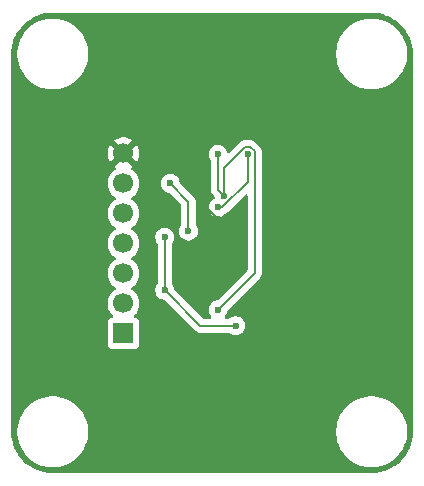
<source format=gbr>
%TF.GenerationSoftware,KiCad,Pcbnew,9.0.6*%
%TF.CreationDate,2026-02-18T16:24:27-08:00*%
%TF.ProjectId,sensor_ppg,73656e73-6f72-45f7-9070-672e6b696361,rev?*%
%TF.SameCoordinates,Original*%
%TF.FileFunction,Copper,L2,Bot*%
%TF.FilePolarity,Positive*%
%FSLAX46Y46*%
G04 Gerber Fmt 4.6, Leading zero omitted, Abs format (unit mm)*
G04 Created by KiCad (PCBNEW 9.0.6) date 2026-02-18 16:24:27*
%MOMM*%
%LPD*%
G01*
G04 APERTURE LIST*
%TA.AperFunction,ComponentPad*%
%ADD10C,1.700000*%
%TD*%
%TA.AperFunction,ComponentPad*%
%ADD11R,1.700000X1.700000*%
%TD*%
%TA.AperFunction,ViaPad*%
%ADD12C,0.600000*%
%TD*%
%TA.AperFunction,Conductor*%
%ADD13C,0.200000*%
%TD*%
G04 APERTURE END LIST*
D10*
%TO.P,J1,7,Pin_7*%
%TO.N,GND*%
X115000000Y-77420000D03*
%TO.P,J1,6,Pin_6*%
%TO.N,/INT*%
X115000000Y-79960000D03*
%TO.P,J1,5,Pin_5*%
%TO.N,/SCL*%
X115000000Y-82500000D03*
%TO.P,J1,4,Pin_4*%
%TO.N,/SDA*%
X115000000Y-85040000D03*
%TO.P,J1,3,Pin_3*%
%TO.N,/VDDIO*%
X115000000Y-87580000D03*
%TO.P,J1,2,Pin_2*%
%TO.N,+1V8*%
X115000000Y-90120000D03*
D11*
%TO.P,J1,1,Pin_1*%
%TO.N,+3.3V*%
X115000000Y-92660000D03*
%TD*%
D12*
%TO.N,+3.3V*%
X123000000Y-90661500D03*
X123000000Y-90661500D03*
%TO.N,+1V8*%
X124500000Y-92000000D03*
%TO.N,GND*%
X120000000Y-88500000D03*
%TO.N,+1V8*%
X123000000Y-82000000D03*
X125500000Y-77500000D03*
%TO.N,GND*%
X123000000Y-83000000D03*
X120500000Y-78000000D03*
%TO.N,+3.3V*%
X123500000Y-81000000D03*
X123500000Y-81000000D03*
X123000000Y-77500000D03*
%TO.N,/INT*%
X120500000Y-84000000D03*
X118960000Y-79960000D03*
%TO.N,+1V8*%
X118500000Y-84500000D03*
X118500000Y-89000000D03*
%TD*%
D13*
%TO.N,+1V8*%
X121500000Y-92000000D02*
X124500000Y-92000000D01*
X118500000Y-89000000D02*
X121500000Y-92000000D01*
%TO.N,GND*%
X120000000Y-88500000D02*
X123000000Y-85500000D01*
X123000000Y-85500000D02*
X123000000Y-83000000D01*
%TO.N,+1V8*%
X123349943Y-82000000D02*
X123000000Y-82000000D01*
X125500000Y-79849943D02*
X123349943Y-82000000D01*
X125500000Y-77500000D02*
X125500000Y-79849943D01*
%TO.N,GND*%
X120500000Y-80500000D02*
X123000000Y-83000000D01*
X120500000Y-78000000D02*
X120500000Y-80500000D01*
%TO.N,+3.3V*%
X123500000Y-81000000D02*
X123000000Y-80500000D01*
X123000000Y-80500000D02*
X123000000Y-77500000D01*
%TO.N,/INT*%
X120500000Y-81500000D02*
X120500000Y-84000000D01*
X118960000Y-79960000D02*
X120500000Y-81500000D01*
%TO.N,+1V8*%
X118500000Y-89000000D02*
X118500000Y-84500000D01*
%TO.N,+3.3V*%
X123500000Y-78650057D02*
X123500000Y-81000000D01*
X125748943Y-76899000D02*
X125251057Y-76899000D01*
X126101000Y-77251057D02*
X125748943Y-76899000D01*
X126101000Y-87560500D02*
X126101000Y-77251057D01*
X125251057Y-76899000D02*
X123500000Y-78650057D01*
X123000000Y-90661500D02*
X126101000Y-87560500D01*
%TD*%
%TA.AperFunction,Conductor*%
%TO.N,GND*%
G36*
X136003032Y-65500648D02*
G01*
X136336929Y-65517052D01*
X136349037Y-65518245D01*
X136452146Y-65533539D01*
X136676699Y-65566849D01*
X136688617Y-65569219D01*
X137009951Y-65649709D01*
X137021588Y-65653240D01*
X137092806Y-65678722D01*
X137333467Y-65764832D01*
X137344688Y-65769479D01*
X137644163Y-65911120D01*
X137654871Y-65916844D01*
X137855728Y-66037233D01*
X137938988Y-66087137D01*
X137949103Y-66093895D01*
X137973817Y-66112224D01*
X138215170Y-66291224D01*
X138224576Y-66298944D01*
X138470013Y-66521395D01*
X138478604Y-66529986D01*
X138665755Y-66736475D01*
X138701055Y-66775423D01*
X138708775Y-66784829D01*
X138906102Y-67050893D01*
X138912862Y-67061011D01*
X139041776Y-67276092D01*
X139083148Y-67345116D01*
X139088885Y-67355848D01*
X139230514Y-67655297D01*
X139235170Y-67666540D01*
X139346759Y-67978411D01*
X139350292Y-67990055D01*
X139430777Y-68311369D01*
X139433151Y-68323305D01*
X139481754Y-68650962D01*
X139482947Y-68663071D01*
X139499351Y-68996966D01*
X139499500Y-69003051D01*
X139499500Y-100996948D01*
X139499351Y-101003033D01*
X139482947Y-101336928D01*
X139481754Y-101349037D01*
X139433151Y-101676694D01*
X139430777Y-101688630D01*
X139350292Y-102009944D01*
X139346759Y-102021588D01*
X139235170Y-102333459D01*
X139230514Y-102344702D01*
X139088885Y-102644151D01*
X139083148Y-102654883D01*
X138912862Y-102938988D01*
X138906102Y-102949106D01*
X138708775Y-103215170D01*
X138701055Y-103224576D01*
X138478611Y-103470006D01*
X138470006Y-103478611D01*
X138224576Y-103701055D01*
X138215170Y-103708775D01*
X137949106Y-103906102D01*
X137938988Y-103912862D01*
X137654883Y-104083148D01*
X137644151Y-104088885D01*
X137344702Y-104230514D01*
X137333459Y-104235170D01*
X137021588Y-104346759D01*
X137009944Y-104350292D01*
X136688630Y-104430777D01*
X136676694Y-104433151D01*
X136349037Y-104481754D01*
X136336928Y-104482947D01*
X136021989Y-104498419D01*
X136003031Y-104499351D01*
X135996949Y-104499500D01*
X109003051Y-104499500D01*
X108996968Y-104499351D01*
X108976900Y-104498365D01*
X108663071Y-104482947D01*
X108650962Y-104481754D01*
X108323305Y-104433151D01*
X108311369Y-104430777D01*
X107990055Y-104350292D01*
X107978411Y-104346759D01*
X107666540Y-104235170D01*
X107655301Y-104230515D01*
X107355844Y-104088883D01*
X107345121Y-104083150D01*
X107061011Y-103912862D01*
X107050893Y-103906102D01*
X106784829Y-103708775D01*
X106775423Y-103701055D01*
X106697297Y-103630246D01*
X106529986Y-103478604D01*
X106521395Y-103470013D01*
X106298944Y-103224576D01*
X106291224Y-103215170D01*
X106093897Y-102949106D01*
X106087137Y-102938988D01*
X106059805Y-102893387D01*
X105916844Y-102654871D01*
X105911120Y-102644163D01*
X105769479Y-102344688D01*
X105764829Y-102333459D01*
X105759427Y-102318362D01*
X105653240Y-102021588D01*
X105649707Y-102009944D01*
X105605123Y-101831953D01*
X105569219Y-101688617D01*
X105566848Y-101676694D01*
X105518245Y-101349037D01*
X105517052Y-101336927D01*
X105500649Y-101003032D01*
X105500500Y-100996948D01*
X105500500Y-100831491D01*
X105999500Y-100831491D01*
X105999500Y-101168508D01*
X106037231Y-101503381D01*
X106037233Y-101503397D01*
X106112223Y-101831953D01*
X106112227Y-101831965D01*
X106223532Y-102150054D01*
X106369752Y-102453683D01*
X106369754Y-102453686D01*
X106549054Y-102739039D01*
X106759175Y-103002523D01*
X106997477Y-103240825D01*
X107260961Y-103450946D01*
X107546314Y-103630246D01*
X107849949Y-103776469D01*
X108088848Y-103860063D01*
X108168034Y-103887772D01*
X108168046Y-103887776D01*
X108496606Y-103962767D01*
X108831492Y-104000499D01*
X108831493Y-104000500D01*
X108831496Y-104000500D01*
X109168507Y-104000500D01*
X109168507Y-104000499D01*
X109503394Y-103962767D01*
X109831954Y-103887776D01*
X110150051Y-103776469D01*
X110453686Y-103630246D01*
X110739039Y-103450946D01*
X111002523Y-103240825D01*
X111240825Y-103002523D01*
X111450946Y-102739039D01*
X111630246Y-102453686D01*
X111776469Y-102150051D01*
X111887776Y-101831954D01*
X111962767Y-101503394D01*
X112000500Y-101168504D01*
X112000500Y-100831496D01*
X112000499Y-100831491D01*
X132999500Y-100831491D01*
X132999500Y-101168508D01*
X133037231Y-101503381D01*
X133037233Y-101503397D01*
X133112223Y-101831953D01*
X133112227Y-101831965D01*
X133223532Y-102150054D01*
X133369752Y-102453683D01*
X133369754Y-102453686D01*
X133549054Y-102739039D01*
X133759175Y-103002523D01*
X133997477Y-103240825D01*
X134260961Y-103450946D01*
X134546314Y-103630246D01*
X134849949Y-103776469D01*
X135088848Y-103860063D01*
X135168034Y-103887772D01*
X135168046Y-103887776D01*
X135496606Y-103962767D01*
X135831492Y-104000499D01*
X135831493Y-104000500D01*
X135831496Y-104000500D01*
X136168507Y-104000500D01*
X136168507Y-104000499D01*
X136503394Y-103962767D01*
X136831954Y-103887776D01*
X137150051Y-103776469D01*
X137453686Y-103630246D01*
X137739039Y-103450946D01*
X138002523Y-103240825D01*
X138240825Y-103002523D01*
X138450946Y-102739039D01*
X138630246Y-102453686D01*
X138776469Y-102150051D01*
X138887776Y-101831954D01*
X138962767Y-101503394D01*
X139000500Y-101168504D01*
X139000500Y-100831496D01*
X138962767Y-100496606D01*
X138887776Y-100168046D01*
X138776469Y-99849949D01*
X138630246Y-99546314D01*
X138450946Y-99260961D01*
X138240825Y-98997477D01*
X138002523Y-98759175D01*
X137739039Y-98549054D01*
X137453686Y-98369754D01*
X137453683Y-98369752D01*
X137150054Y-98223532D01*
X136831965Y-98112227D01*
X136831953Y-98112223D01*
X136503397Y-98037233D01*
X136503381Y-98037231D01*
X136168508Y-97999500D01*
X136168504Y-97999500D01*
X135831496Y-97999500D01*
X135831491Y-97999500D01*
X135496618Y-98037231D01*
X135496602Y-98037233D01*
X135168046Y-98112223D01*
X135168034Y-98112227D01*
X134849945Y-98223532D01*
X134546316Y-98369752D01*
X134260962Y-98549053D01*
X133997477Y-98759174D01*
X133759174Y-98997477D01*
X133549053Y-99260962D01*
X133369752Y-99546316D01*
X133223532Y-99849945D01*
X133112227Y-100168034D01*
X133112223Y-100168046D01*
X133037233Y-100496602D01*
X133037231Y-100496618D01*
X132999500Y-100831491D01*
X112000499Y-100831491D01*
X111962767Y-100496606D01*
X111887776Y-100168046D01*
X111776469Y-99849949D01*
X111630246Y-99546314D01*
X111450946Y-99260961D01*
X111240825Y-98997477D01*
X111002523Y-98759175D01*
X110739039Y-98549054D01*
X110453686Y-98369754D01*
X110453683Y-98369752D01*
X110150054Y-98223532D01*
X109831965Y-98112227D01*
X109831953Y-98112223D01*
X109503397Y-98037233D01*
X109503381Y-98037231D01*
X109168508Y-97999500D01*
X109168504Y-97999500D01*
X108831496Y-97999500D01*
X108831491Y-97999500D01*
X108496618Y-98037231D01*
X108496602Y-98037233D01*
X108168046Y-98112223D01*
X108168034Y-98112227D01*
X107849945Y-98223532D01*
X107546316Y-98369752D01*
X107260962Y-98549053D01*
X106997477Y-98759174D01*
X106759174Y-98997477D01*
X106549053Y-99260962D01*
X106369752Y-99546316D01*
X106223532Y-99849945D01*
X106112227Y-100168034D01*
X106112223Y-100168046D01*
X106037233Y-100496602D01*
X106037231Y-100496618D01*
X105999500Y-100831491D01*
X105500500Y-100831491D01*
X105500500Y-79853713D01*
X113649500Y-79853713D01*
X113649500Y-80066287D01*
X113682754Y-80276243D01*
X113745803Y-80470288D01*
X113748444Y-80478414D01*
X113844951Y-80667820D01*
X113969890Y-80839786D01*
X114120213Y-80990109D01*
X114292182Y-81115050D01*
X114300946Y-81119516D01*
X114351742Y-81167491D01*
X114368536Y-81235312D01*
X114345998Y-81301447D01*
X114300946Y-81340484D01*
X114292182Y-81344949D01*
X114120213Y-81469890D01*
X113969890Y-81620213D01*
X113844951Y-81792179D01*
X113748444Y-81981585D01*
X113682753Y-82183760D01*
X113649500Y-82393713D01*
X113649500Y-82606286D01*
X113682753Y-82816239D01*
X113748444Y-83018414D01*
X113844951Y-83207820D01*
X113969890Y-83379786D01*
X114120213Y-83530109D01*
X114292182Y-83655050D01*
X114300946Y-83659516D01*
X114351742Y-83707491D01*
X114368536Y-83775312D01*
X114345998Y-83841447D01*
X114300946Y-83880484D01*
X114292182Y-83884949D01*
X114120213Y-84009890D01*
X113969890Y-84160213D01*
X113844951Y-84332179D01*
X113748444Y-84521585D01*
X113682753Y-84723760D01*
X113649500Y-84933713D01*
X113649500Y-85146286D01*
X113682753Y-85356239D01*
X113748444Y-85558414D01*
X113844951Y-85747820D01*
X113969890Y-85919786D01*
X114120213Y-86070109D01*
X114292182Y-86195050D01*
X114300946Y-86199516D01*
X114351742Y-86247491D01*
X114368536Y-86315312D01*
X114345998Y-86381447D01*
X114300946Y-86420484D01*
X114292182Y-86424949D01*
X114120213Y-86549890D01*
X113969890Y-86700213D01*
X113844951Y-86872179D01*
X113748444Y-87061585D01*
X113682753Y-87263760D01*
X113649500Y-87473713D01*
X113649500Y-87686286D01*
X113674226Y-87842404D01*
X113682754Y-87896243D01*
X113733113Y-88051232D01*
X113748444Y-88098414D01*
X113844951Y-88287820D01*
X113969890Y-88459786D01*
X114120213Y-88610109D01*
X114292182Y-88735050D01*
X114300946Y-88739516D01*
X114351742Y-88787491D01*
X114368536Y-88855312D01*
X114345998Y-88921447D01*
X114300946Y-88960484D01*
X114292182Y-88964949D01*
X114120213Y-89089890D01*
X113969890Y-89240213D01*
X113844951Y-89412179D01*
X113748444Y-89601585D01*
X113682753Y-89803760D01*
X113668815Y-89891761D01*
X113649500Y-90013713D01*
X113649500Y-90226287D01*
X113682754Y-90436243D01*
X113730327Y-90582658D01*
X113748444Y-90638414D01*
X113844951Y-90827820D01*
X113969890Y-90999786D01*
X114083430Y-91113326D01*
X114116915Y-91174649D01*
X114111931Y-91244341D01*
X114070059Y-91300274D01*
X114039083Y-91317189D01*
X113907669Y-91366203D01*
X113907664Y-91366206D01*
X113792455Y-91452452D01*
X113792452Y-91452455D01*
X113706206Y-91567664D01*
X113706202Y-91567671D01*
X113655908Y-91702517D01*
X113649501Y-91762116D01*
X113649501Y-91762123D01*
X113649500Y-91762135D01*
X113649500Y-93557870D01*
X113649501Y-93557876D01*
X113655908Y-93617483D01*
X113706202Y-93752328D01*
X113706206Y-93752335D01*
X113792452Y-93867544D01*
X113792455Y-93867547D01*
X113907664Y-93953793D01*
X113907671Y-93953797D01*
X114042517Y-94004091D01*
X114042516Y-94004091D01*
X114049444Y-94004835D01*
X114102127Y-94010500D01*
X115897872Y-94010499D01*
X115957483Y-94004091D01*
X116092331Y-93953796D01*
X116207546Y-93867546D01*
X116293796Y-93752331D01*
X116344091Y-93617483D01*
X116350500Y-93557873D01*
X116350499Y-91762128D01*
X116344091Y-91702517D01*
X116313620Y-91620821D01*
X116293797Y-91567671D01*
X116293793Y-91567664D01*
X116207547Y-91452455D01*
X116207544Y-91452452D01*
X116092335Y-91366206D01*
X116092328Y-91366202D01*
X115960917Y-91317189D01*
X115904983Y-91275318D01*
X115880566Y-91209853D01*
X115895418Y-91141580D01*
X115916563Y-91113332D01*
X116030104Y-90999792D01*
X116106242Y-90894997D01*
X116155048Y-90827820D01*
X116155047Y-90827820D01*
X116155051Y-90827816D01*
X116251557Y-90638412D01*
X116317246Y-90436243D01*
X116350500Y-90226287D01*
X116350500Y-90013713D01*
X116317246Y-89803757D01*
X116251557Y-89601588D01*
X116155051Y-89412184D01*
X116155049Y-89412181D01*
X116155048Y-89412179D01*
X116030109Y-89240213D01*
X115879786Y-89089890D01*
X115707820Y-88964951D01*
X115707115Y-88964591D01*
X115699054Y-88960485D01*
X115648259Y-88912512D01*
X115631463Y-88844692D01*
X115653999Y-88778556D01*
X115699054Y-88739515D01*
X115707816Y-88735051D01*
X115729789Y-88719086D01*
X115879786Y-88610109D01*
X115879788Y-88610106D01*
X115879792Y-88610104D01*
X116030104Y-88459792D01*
X116030106Y-88459788D01*
X116030109Y-88459786D01*
X116155048Y-88287820D01*
X116155047Y-88287820D01*
X116155051Y-88287816D01*
X116251557Y-88098412D01*
X116317246Y-87896243D01*
X116350500Y-87686287D01*
X116350500Y-87473713D01*
X116317246Y-87263757D01*
X116251557Y-87061588D01*
X116155051Y-86872184D01*
X116155049Y-86872181D01*
X116155048Y-86872179D01*
X116030109Y-86700213D01*
X115879786Y-86549890D01*
X115707820Y-86424951D01*
X115707115Y-86424591D01*
X115699054Y-86420485D01*
X115648259Y-86372512D01*
X115631463Y-86304692D01*
X115653999Y-86238556D01*
X115699054Y-86199515D01*
X115707816Y-86195051D01*
X115729789Y-86179086D01*
X115879786Y-86070109D01*
X115879788Y-86070106D01*
X115879792Y-86070104D01*
X116030104Y-85919792D01*
X116030106Y-85919788D01*
X116030109Y-85919786D01*
X116155048Y-85747820D01*
X116155047Y-85747820D01*
X116155051Y-85747816D01*
X116251557Y-85558412D01*
X116317246Y-85356243D01*
X116350500Y-85146287D01*
X116350500Y-84933713D01*
X116317246Y-84723757D01*
X116251557Y-84521588D01*
X116200383Y-84421153D01*
X117699500Y-84421153D01*
X117699500Y-84578846D01*
X117730261Y-84733489D01*
X117730264Y-84733501D01*
X117790602Y-84879172D01*
X117790609Y-84879185D01*
X117878602Y-85010874D01*
X117899480Y-85077551D01*
X117899500Y-85079765D01*
X117899500Y-88420234D01*
X117879815Y-88487273D01*
X117878602Y-88489125D01*
X117790609Y-88620814D01*
X117790602Y-88620827D01*
X117730264Y-88766498D01*
X117730261Y-88766510D01*
X117699500Y-88921153D01*
X117699500Y-89078846D01*
X117730261Y-89233489D01*
X117730264Y-89233501D01*
X117790602Y-89379172D01*
X117790609Y-89379185D01*
X117878210Y-89510288D01*
X117878213Y-89510292D01*
X117989707Y-89621786D01*
X117989711Y-89621789D01*
X118120814Y-89709390D01*
X118120827Y-89709397D01*
X118266498Y-89769735D01*
X118266503Y-89769737D01*
X118331147Y-89782595D01*
X118421849Y-89800638D01*
X118483760Y-89833023D01*
X118485338Y-89834573D01*
X121131284Y-92480520D01*
X121131286Y-92480521D01*
X121131290Y-92480524D01*
X121268209Y-92559573D01*
X121268216Y-92559577D01*
X121420943Y-92600501D01*
X121420945Y-92600501D01*
X121586654Y-92600501D01*
X121586670Y-92600500D01*
X123920234Y-92600500D01*
X123987273Y-92620185D01*
X123989125Y-92621398D01*
X124120814Y-92709390D01*
X124120827Y-92709397D01*
X124266498Y-92769735D01*
X124266503Y-92769737D01*
X124421153Y-92800499D01*
X124421156Y-92800500D01*
X124421158Y-92800500D01*
X124578844Y-92800500D01*
X124578845Y-92800499D01*
X124733497Y-92769737D01*
X124879179Y-92709394D01*
X125010289Y-92621789D01*
X125121789Y-92510289D01*
X125209394Y-92379179D01*
X125269737Y-92233497D01*
X125300500Y-92078842D01*
X125300500Y-91921158D01*
X125300500Y-91921155D01*
X125300499Y-91921153D01*
X125269738Y-91766510D01*
X125269737Y-91766503D01*
X125267920Y-91762116D01*
X125209397Y-91620827D01*
X125209390Y-91620814D01*
X125121789Y-91489711D01*
X125121786Y-91489707D01*
X125010292Y-91378213D01*
X125010288Y-91378210D01*
X124879185Y-91290609D01*
X124879172Y-91290602D01*
X124733501Y-91230264D01*
X124733489Y-91230261D01*
X124578845Y-91199500D01*
X124578842Y-91199500D01*
X124421158Y-91199500D01*
X124421155Y-91199500D01*
X124266510Y-91230261D01*
X124266498Y-91230264D01*
X124120827Y-91290602D01*
X124120814Y-91290609D01*
X123989125Y-91378602D01*
X123971078Y-91384252D01*
X123955169Y-91394477D01*
X123924207Y-91398928D01*
X123922447Y-91399480D01*
X123920234Y-91399500D01*
X123693441Y-91399500D01*
X123626402Y-91379815D01*
X123580647Y-91327011D01*
X123570703Y-91257853D01*
X123599728Y-91194297D01*
X123605760Y-91187819D01*
X123621786Y-91171792D01*
X123621789Y-91171789D01*
X123709394Y-91040679D01*
X123769737Y-90894997D01*
X123789113Y-90797585D01*
X123800638Y-90739650D01*
X123833023Y-90677739D01*
X123834519Y-90676215D01*
X126469713Y-88041021D01*
X126469716Y-88041020D01*
X126581520Y-87929216D01*
X126631639Y-87842404D01*
X126660577Y-87792285D01*
X126701500Y-87639558D01*
X126701500Y-87481443D01*
X126701500Y-77340117D01*
X126701501Y-77340104D01*
X126701501Y-77172002D01*
X126701501Y-77172000D01*
X126660577Y-77019272D01*
X126581520Y-76882341D01*
X126229464Y-76530285D01*
X126229463Y-76530284D01*
X126117659Y-76418480D01*
X126030847Y-76368360D01*
X126030847Y-76368359D01*
X126030843Y-76368358D01*
X125980728Y-76339423D01*
X125828000Y-76298499D01*
X125669886Y-76298499D01*
X125662290Y-76298499D01*
X125662274Y-76298500D01*
X125337727Y-76298500D01*
X125337711Y-76298499D01*
X125330115Y-76298499D01*
X125172000Y-76298499D01*
X125095636Y-76318961D01*
X125019271Y-76339423D01*
X125019266Y-76339426D01*
X124882347Y-76418475D01*
X124882339Y-76418481D01*
X123977604Y-77323217D01*
X123916281Y-77356702D01*
X123846589Y-77351718D01*
X123790656Y-77309846D01*
X123771263Y-77271534D01*
X123769735Y-77266498D01*
X123709397Y-77120827D01*
X123709390Y-77120814D01*
X123621789Y-76989711D01*
X123621786Y-76989707D01*
X123510292Y-76878213D01*
X123510288Y-76878210D01*
X123379185Y-76790609D01*
X123379172Y-76790602D01*
X123233501Y-76730264D01*
X123233489Y-76730261D01*
X123078845Y-76699500D01*
X123078842Y-76699500D01*
X122921158Y-76699500D01*
X122921155Y-76699500D01*
X122766510Y-76730261D01*
X122766498Y-76730264D01*
X122620827Y-76790602D01*
X122620814Y-76790609D01*
X122489711Y-76878210D01*
X122489707Y-76878213D01*
X122378213Y-76989707D01*
X122378210Y-76989711D01*
X122290609Y-77120814D01*
X122290602Y-77120827D01*
X122230264Y-77266498D01*
X122230261Y-77266510D01*
X122199500Y-77421153D01*
X122199500Y-77578846D01*
X122230261Y-77733489D01*
X122230264Y-77733501D01*
X122290602Y-77879172D01*
X122290609Y-77879185D01*
X122378602Y-78010874D01*
X122399480Y-78077551D01*
X122399500Y-78079765D01*
X122399500Y-80413330D01*
X122399499Y-80413348D01*
X122399499Y-80579054D01*
X122399498Y-80579054D01*
X122439873Y-80729735D01*
X122440423Y-80731785D01*
X122457002Y-80760500D01*
X122519480Y-80868716D01*
X122631284Y-80980520D01*
X122631285Y-80980521D01*
X122648803Y-80998039D01*
X122665425Y-81014660D01*
X122698911Y-81075983D01*
X122699362Y-81078152D01*
X122712573Y-81144568D01*
X122706346Y-81214159D01*
X122663483Y-81269337D01*
X122638411Y-81283319D01*
X122620826Y-81290603D01*
X122620814Y-81290609D01*
X122489711Y-81378210D01*
X122489707Y-81378213D01*
X122378213Y-81489707D01*
X122378210Y-81489711D01*
X122290609Y-81620814D01*
X122290602Y-81620827D01*
X122230264Y-81766498D01*
X122230261Y-81766510D01*
X122199500Y-81921153D01*
X122199500Y-82078846D01*
X122230261Y-82233489D01*
X122230264Y-82233501D01*
X122290602Y-82379172D01*
X122290609Y-82379185D01*
X122378210Y-82510288D01*
X122378213Y-82510292D01*
X122489707Y-82621786D01*
X122489711Y-82621789D01*
X122620814Y-82709390D01*
X122620827Y-82709397D01*
X122766498Y-82769735D01*
X122766503Y-82769737D01*
X122921153Y-82800499D01*
X122921156Y-82800500D01*
X122921158Y-82800500D01*
X123078844Y-82800500D01*
X123078845Y-82800499D01*
X123233497Y-82769737D01*
X123379179Y-82709394D01*
X123510289Y-82621789D01*
X123548534Y-82583542D01*
X123574321Y-82563776D01*
X123581508Y-82559635D01*
X123581728Y-82559577D01*
X123631847Y-82530639D01*
X123718659Y-82480520D01*
X123830463Y-82368716D01*
X123830463Y-82368714D01*
X123840671Y-82358507D01*
X123840672Y-82358504D01*
X125288820Y-80910356D01*
X125350142Y-80876873D01*
X125419834Y-80881857D01*
X125475767Y-80923729D01*
X125500184Y-80989193D01*
X125500500Y-80998039D01*
X125500500Y-87260403D01*
X125480815Y-87327442D01*
X125464181Y-87348084D01*
X122985339Y-89826925D01*
X122924016Y-89860410D01*
X122921850Y-89860861D01*
X122766508Y-89891761D01*
X122766498Y-89891764D01*
X122620827Y-89952102D01*
X122620814Y-89952109D01*
X122489711Y-90039710D01*
X122489707Y-90039713D01*
X122378213Y-90151207D01*
X122378210Y-90151211D01*
X122290609Y-90282314D01*
X122290602Y-90282327D01*
X122230264Y-90427998D01*
X122230261Y-90428010D01*
X122199500Y-90582653D01*
X122199500Y-90740346D01*
X122230261Y-90894989D01*
X122230264Y-90895001D01*
X122290602Y-91040672D01*
X122290609Y-91040685D01*
X122378210Y-91171788D01*
X122378213Y-91171792D01*
X122394240Y-91187819D01*
X122427725Y-91249142D01*
X122422741Y-91318834D01*
X122380869Y-91374767D01*
X122315405Y-91399184D01*
X122306559Y-91399500D01*
X121800098Y-91399500D01*
X121733059Y-91379815D01*
X121712417Y-91363181D01*
X119334573Y-88985337D01*
X119301088Y-88924014D01*
X119300637Y-88921847D01*
X119287402Y-88855312D01*
X119269737Y-88766503D01*
X119256708Y-88735048D01*
X119209397Y-88620827D01*
X119209390Y-88620814D01*
X119121398Y-88489125D01*
X119100520Y-88422447D01*
X119100500Y-88420234D01*
X119100500Y-85079765D01*
X119120185Y-85012726D01*
X119121398Y-85010874D01*
X119172956Y-84933713D01*
X119209394Y-84879179D01*
X119269737Y-84733497D01*
X119300500Y-84578842D01*
X119300500Y-84421158D01*
X119300500Y-84421155D01*
X119300499Y-84421153D01*
X119269738Y-84266510D01*
X119269737Y-84266503D01*
X119225709Y-84160208D01*
X119209397Y-84120827D01*
X119209390Y-84120814D01*
X119121789Y-83989711D01*
X119121786Y-83989707D01*
X119010292Y-83878213D01*
X119010288Y-83878210D01*
X118879185Y-83790609D01*
X118879172Y-83790602D01*
X118733501Y-83730264D01*
X118733489Y-83730261D01*
X118578845Y-83699500D01*
X118578842Y-83699500D01*
X118421158Y-83699500D01*
X118421155Y-83699500D01*
X118266510Y-83730261D01*
X118266498Y-83730264D01*
X118120827Y-83790602D01*
X118120814Y-83790609D01*
X117989711Y-83878210D01*
X117989707Y-83878213D01*
X117878213Y-83989707D01*
X117878210Y-83989711D01*
X117790609Y-84120814D01*
X117790602Y-84120827D01*
X117730264Y-84266498D01*
X117730261Y-84266510D01*
X117699500Y-84421153D01*
X116200383Y-84421153D01*
X116155051Y-84332184D01*
X116155049Y-84332181D01*
X116155048Y-84332179D01*
X116030109Y-84160213D01*
X115879786Y-84009890D01*
X115707820Y-83884951D01*
X115707115Y-83884591D01*
X115699054Y-83880485D01*
X115648259Y-83832512D01*
X115631463Y-83764692D01*
X115653999Y-83698556D01*
X115699054Y-83659515D01*
X115707816Y-83655051D01*
X115754940Y-83620814D01*
X115879786Y-83530109D01*
X115879788Y-83530106D01*
X115879792Y-83530104D01*
X116030104Y-83379792D01*
X116030106Y-83379788D01*
X116030109Y-83379786D01*
X116155048Y-83207820D01*
X116155047Y-83207820D01*
X116155051Y-83207816D01*
X116251557Y-83018412D01*
X116317246Y-82816243D01*
X116350500Y-82606287D01*
X116350500Y-82393713D01*
X116317246Y-82183757D01*
X116251557Y-81981588D01*
X116155051Y-81792184D01*
X116155049Y-81792181D01*
X116155048Y-81792179D01*
X116030109Y-81620213D01*
X115879786Y-81469890D01*
X115707820Y-81344951D01*
X115707115Y-81344591D01*
X115699054Y-81340485D01*
X115648259Y-81292512D01*
X115631463Y-81224692D01*
X115653999Y-81158556D01*
X115699054Y-81119515D01*
X115707816Y-81115051D01*
X115757654Y-81078842D01*
X115879786Y-80990109D01*
X115879788Y-80990106D01*
X115879792Y-80990104D01*
X116030104Y-80839792D01*
X116030106Y-80839788D01*
X116030109Y-80839786D01*
X116153902Y-80669397D01*
X116155051Y-80667816D01*
X116251557Y-80478412D01*
X116317246Y-80276243D01*
X116350500Y-80066287D01*
X116350500Y-79881153D01*
X118159500Y-79881153D01*
X118159500Y-80038846D01*
X118190261Y-80193489D01*
X118190264Y-80193501D01*
X118250602Y-80339172D01*
X118250609Y-80339185D01*
X118338210Y-80470288D01*
X118338213Y-80470292D01*
X118449707Y-80581786D01*
X118449711Y-80581789D01*
X118580814Y-80669390D01*
X118580827Y-80669397D01*
X118651519Y-80698678D01*
X118726503Y-80729737D01*
X118791147Y-80742595D01*
X118881849Y-80760638D01*
X118943760Y-80793023D01*
X118945339Y-80794574D01*
X119863181Y-81712416D01*
X119896666Y-81773739D01*
X119899500Y-81800097D01*
X119899500Y-83420234D01*
X119879815Y-83487273D01*
X119878602Y-83489125D01*
X119790609Y-83620814D01*
X119790602Y-83620827D01*
X119730264Y-83766498D01*
X119730261Y-83766510D01*
X119699500Y-83921153D01*
X119699500Y-84078846D01*
X119730261Y-84233489D01*
X119730264Y-84233501D01*
X119790602Y-84379172D01*
X119790609Y-84379185D01*
X119878210Y-84510288D01*
X119878213Y-84510292D01*
X119989707Y-84621786D01*
X119989711Y-84621789D01*
X120120814Y-84709390D01*
X120120827Y-84709397D01*
X120266498Y-84769735D01*
X120266503Y-84769737D01*
X120421153Y-84800499D01*
X120421156Y-84800500D01*
X120421158Y-84800500D01*
X120578844Y-84800500D01*
X120578845Y-84800499D01*
X120733497Y-84769737D01*
X120879179Y-84709394D01*
X121010289Y-84621789D01*
X121121789Y-84510289D01*
X121209394Y-84379179D01*
X121269737Y-84233497D01*
X121300500Y-84078842D01*
X121300500Y-83921158D01*
X121300500Y-83921155D01*
X121300499Y-83921153D01*
X121293298Y-83884951D01*
X121269737Y-83766503D01*
X121263546Y-83751557D01*
X121209397Y-83620827D01*
X121209390Y-83620814D01*
X121121398Y-83489125D01*
X121100520Y-83422447D01*
X121100500Y-83420234D01*
X121100500Y-81589059D01*
X121100501Y-81589046D01*
X121100501Y-81420945D01*
X121100501Y-81420943D01*
X121059577Y-81268215D01*
X121019904Y-81199500D01*
X120996265Y-81158556D01*
X120980521Y-81131285D01*
X120864385Y-81015149D01*
X120864374Y-81015139D01*
X119794574Y-79945339D01*
X119761089Y-79884016D01*
X119760638Y-79881849D01*
X119729738Y-79726510D01*
X119729737Y-79726503D01*
X119684332Y-79616884D01*
X119669397Y-79580827D01*
X119669390Y-79580814D01*
X119581789Y-79449711D01*
X119581786Y-79449707D01*
X119470292Y-79338213D01*
X119470288Y-79338210D01*
X119339185Y-79250609D01*
X119339172Y-79250602D01*
X119193501Y-79190264D01*
X119193489Y-79190261D01*
X119038845Y-79159500D01*
X119038842Y-79159500D01*
X118881158Y-79159500D01*
X118881155Y-79159500D01*
X118726510Y-79190261D01*
X118726498Y-79190264D01*
X118580827Y-79250602D01*
X118580814Y-79250609D01*
X118449711Y-79338210D01*
X118449707Y-79338213D01*
X118338213Y-79449707D01*
X118338210Y-79449711D01*
X118250609Y-79580814D01*
X118250602Y-79580827D01*
X118190264Y-79726498D01*
X118190261Y-79726510D01*
X118159500Y-79881153D01*
X116350500Y-79881153D01*
X116350500Y-79853713D01*
X116317246Y-79643757D01*
X116251557Y-79441588D01*
X116155051Y-79252184D01*
X116155049Y-79252181D01*
X116155048Y-79252179D01*
X116030109Y-79080213D01*
X115879786Y-78929890D01*
X115707817Y-78804949D01*
X115698504Y-78800204D01*
X115647707Y-78752230D01*
X115630912Y-78684409D01*
X115653449Y-78618274D01*
X115698507Y-78579232D01*
X115707555Y-78574622D01*
X115761716Y-78535270D01*
X115761717Y-78535270D01*
X115129408Y-77902962D01*
X115192993Y-77885925D01*
X115307007Y-77820099D01*
X115400099Y-77727007D01*
X115465925Y-77612993D01*
X115482962Y-77549409D01*
X116115270Y-78181717D01*
X116115270Y-78181716D01*
X116154622Y-78127554D01*
X116251095Y-77938217D01*
X116316757Y-77736130D01*
X116316757Y-77736127D01*
X116350000Y-77526246D01*
X116350000Y-77313753D01*
X116316757Y-77103872D01*
X116316757Y-77103869D01*
X116251095Y-76901782D01*
X116154624Y-76712449D01*
X116115270Y-76658282D01*
X116115269Y-76658282D01*
X115482962Y-77290590D01*
X115465925Y-77227007D01*
X115400099Y-77112993D01*
X115307007Y-77019901D01*
X115192993Y-76954075D01*
X115129409Y-76937037D01*
X115761716Y-76304728D01*
X115707550Y-76265375D01*
X115518217Y-76168904D01*
X115316129Y-76103242D01*
X115106246Y-76070000D01*
X114893754Y-76070000D01*
X114683872Y-76103242D01*
X114683869Y-76103242D01*
X114481782Y-76168904D01*
X114292439Y-76265380D01*
X114238282Y-76304727D01*
X114238282Y-76304728D01*
X114870591Y-76937037D01*
X114807007Y-76954075D01*
X114692993Y-77019901D01*
X114599901Y-77112993D01*
X114534075Y-77227007D01*
X114517037Y-77290591D01*
X113884728Y-76658282D01*
X113884727Y-76658282D01*
X113845380Y-76712439D01*
X113748904Y-76901782D01*
X113683242Y-77103869D01*
X113683242Y-77103872D01*
X113650000Y-77313753D01*
X113650000Y-77526246D01*
X113683242Y-77736127D01*
X113683242Y-77736130D01*
X113748904Y-77938217D01*
X113845375Y-78127550D01*
X113884728Y-78181716D01*
X114517037Y-77549408D01*
X114534075Y-77612993D01*
X114599901Y-77727007D01*
X114692993Y-77820099D01*
X114807007Y-77885925D01*
X114870590Y-77902962D01*
X114238282Y-78535269D01*
X114238282Y-78535270D01*
X114292452Y-78574626D01*
X114292451Y-78574626D01*
X114301495Y-78579234D01*
X114352292Y-78627208D01*
X114369087Y-78695029D01*
X114346550Y-78761164D01*
X114301499Y-78800202D01*
X114292182Y-78804949D01*
X114120213Y-78929890D01*
X113969890Y-79080213D01*
X113844951Y-79252179D01*
X113748444Y-79441585D01*
X113682753Y-79643760D01*
X113669649Y-79726498D01*
X113649500Y-79853713D01*
X105500500Y-79853713D01*
X105500500Y-69003051D01*
X105500649Y-68996967D01*
X105508778Y-68831491D01*
X105999500Y-68831491D01*
X105999500Y-69168508D01*
X106037231Y-69503381D01*
X106037233Y-69503397D01*
X106112223Y-69831953D01*
X106112227Y-69831965D01*
X106223532Y-70150054D01*
X106369752Y-70453683D01*
X106369754Y-70453686D01*
X106549054Y-70739039D01*
X106759175Y-71002523D01*
X106997477Y-71240825D01*
X107260961Y-71450946D01*
X107546314Y-71630246D01*
X107849949Y-71776469D01*
X108088848Y-71860063D01*
X108168034Y-71887772D01*
X108168046Y-71887776D01*
X108496606Y-71962767D01*
X108831492Y-72000499D01*
X108831493Y-72000500D01*
X108831496Y-72000500D01*
X109168507Y-72000500D01*
X109168507Y-72000499D01*
X109503394Y-71962767D01*
X109831954Y-71887776D01*
X110150051Y-71776469D01*
X110453686Y-71630246D01*
X110739039Y-71450946D01*
X111002523Y-71240825D01*
X111240825Y-71002523D01*
X111450946Y-70739039D01*
X111630246Y-70453686D01*
X111776469Y-70150051D01*
X111887776Y-69831954D01*
X111962767Y-69503394D01*
X112000500Y-69168504D01*
X112000500Y-68831496D01*
X112000499Y-68831491D01*
X132999500Y-68831491D01*
X132999500Y-69168508D01*
X133037231Y-69503381D01*
X133037233Y-69503397D01*
X133112223Y-69831953D01*
X133112227Y-69831965D01*
X133223532Y-70150054D01*
X133369752Y-70453683D01*
X133369754Y-70453686D01*
X133549054Y-70739039D01*
X133759175Y-71002523D01*
X133997477Y-71240825D01*
X134260961Y-71450946D01*
X134546314Y-71630246D01*
X134849949Y-71776469D01*
X135088848Y-71860063D01*
X135168034Y-71887772D01*
X135168046Y-71887776D01*
X135496606Y-71962767D01*
X135831492Y-72000499D01*
X135831493Y-72000500D01*
X135831496Y-72000500D01*
X136168507Y-72000500D01*
X136168507Y-72000499D01*
X136503394Y-71962767D01*
X136831954Y-71887776D01*
X137150051Y-71776469D01*
X137453686Y-71630246D01*
X137739039Y-71450946D01*
X138002523Y-71240825D01*
X138240825Y-71002523D01*
X138450946Y-70739039D01*
X138630246Y-70453686D01*
X138776469Y-70150051D01*
X138887776Y-69831954D01*
X138962767Y-69503394D01*
X139000500Y-69168504D01*
X139000500Y-68831496D01*
X138962767Y-68496606D01*
X138887776Y-68168046D01*
X138776469Y-67849949D01*
X138630246Y-67546314D01*
X138450946Y-67260961D01*
X138240825Y-66997477D01*
X138002523Y-66759175D01*
X137739039Y-66549054D01*
X137453686Y-66369754D01*
X137453683Y-66369752D01*
X137150054Y-66223532D01*
X136831965Y-66112227D01*
X136831953Y-66112223D01*
X136503397Y-66037233D01*
X136503381Y-66037231D01*
X136168508Y-65999500D01*
X136168504Y-65999500D01*
X135831496Y-65999500D01*
X135831491Y-65999500D01*
X135496618Y-66037231D01*
X135496602Y-66037233D01*
X135168046Y-66112223D01*
X135168034Y-66112227D01*
X134849945Y-66223532D01*
X134546316Y-66369752D01*
X134260962Y-66549053D01*
X133997477Y-66759174D01*
X133759174Y-66997477D01*
X133549053Y-67260962D01*
X133369752Y-67546316D01*
X133223532Y-67849945D01*
X133112227Y-68168034D01*
X133112223Y-68168046D01*
X133037233Y-68496602D01*
X133037231Y-68496618D01*
X132999500Y-68831491D01*
X112000499Y-68831491D01*
X111962767Y-68496606D01*
X111887776Y-68168046D01*
X111776469Y-67849949D01*
X111630246Y-67546314D01*
X111450946Y-67260961D01*
X111240825Y-66997477D01*
X111002523Y-66759175D01*
X110739039Y-66549054D01*
X110453686Y-66369754D01*
X110453683Y-66369752D01*
X110150054Y-66223532D01*
X109831965Y-66112227D01*
X109831953Y-66112223D01*
X109503397Y-66037233D01*
X109503381Y-66037231D01*
X109168508Y-65999500D01*
X109168504Y-65999500D01*
X108831496Y-65999500D01*
X108831491Y-65999500D01*
X108496618Y-66037231D01*
X108496602Y-66037233D01*
X108168046Y-66112223D01*
X108168034Y-66112227D01*
X107849945Y-66223532D01*
X107546316Y-66369752D01*
X107260962Y-66549053D01*
X106997477Y-66759174D01*
X106759174Y-66997477D01*
X106549053Y-67260962D01*
X106369752Y-67546316D01*
X106223532Y-67849945D01*
X106112227Y-68168034D01*
X106112223Y-68168046D01*
X106037233Y-68496602D01*
X106037231Y-68496618D01*
X105999500Y-68831491D01*
X105508778Y-68831491D01*
X105509248Y-68821933D01*
X105517052Y-68663072D01*
X105518245Y-68650962D01*
X105541140Y-68496618D01*
X105566849Y-68323296D01*
X105569218Y-68311385D01*
X105649710Y-67990043D01*
X105653240Y-67978411D01*
X105685183Y-67889137D01*
X105764835Y-67666525D01*
X105769476Y-67655318D01*
X105911124Y-67355828D01*
X105916840Y-67345136D01*
X106087145Y-67060998D01*
X106093888Y-67050905D01*
X106291232Y-66784818D01*
X106298935Y-66775433D01*
X106521405Y-66529975D01*
X106529975Y-66521405D01*
X106775433Y-66298935D01*
X106784818Y-66291232D01*
X107050905Y-66093888D01*
X107060998Y-66087145D01*
X107345136Y-65916840D01*
X107355828Y-65911124D01*
X107655318Y-65769476D01*
X107666525Y-65764835D01*
X107978412Y-65653239D01*
X107990043Y-65649710D01*
X108311385Y-65569218D01*
X108323296Y-65566849D01*
X108650962Y-65518244D01*
X108663068Y-65517052D01*
X108996967Y-65500648D01*
X109003051Y-65500500D01*
X109065892Y-65500500D01*
X135934108Y-65500500D01*
X135996949Y-65500500D01*
X136003032Y-65500648D01*
G37*
%TD.AperFunction*%
%TD*%
M02*

</source>
